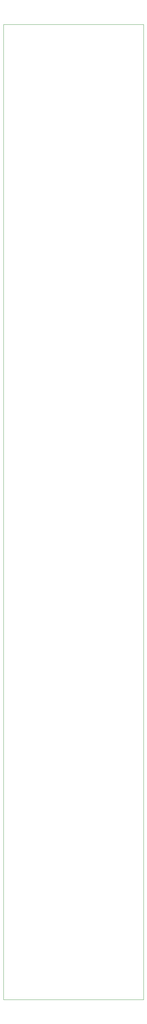
<source format=gm1>
%TF.GenerationSoftware,KiCad,Pcbnew,(5.1.6-0-10_14)*%
%TF.CreationDate,2020-09-12T21:29:34-04:00*%
%TF.ProjectId,smart-o-harp,736d6172-742d-46f2-9d68-6172702e6b69,rev?*%
%TF.SameCoordinates,Original*%
%TF.FileFunction,Profile,NP*%
%FSLAX46Y46*%
G04 Gerber Fmt 4.6, Leading zero omitted, Abs format (unit mm)*
G04 Created by KiCad (PCBNEW (5.1.6-0-10_14)) date 2020-09-12 21:29:34*
%MOMM*%
%LPD*%
G01*
G04 APERTURE LIST*
%TA.AperFunction,Profile*%
%ADD10C,0.050000*%
%TD*%
G04 APERTURE END LIST*
D10*
X19050000Y-270510000D02*
X-18415000Y-270510000D01*
X-18415000Y-10160000D02*
X19050000Y-10160000D01*
X-18415000Y-223520000D02*
X-18415000Y-10160000D01*
X-18415000Y-223520000D02*
X-18415000Y-270510000D01*
X19050000Y-191135000D02*
X19050000Y-10160000D01*
X19050000Y-191135000D02*
X19050000Y-270510000D01*
M02*

</source>
